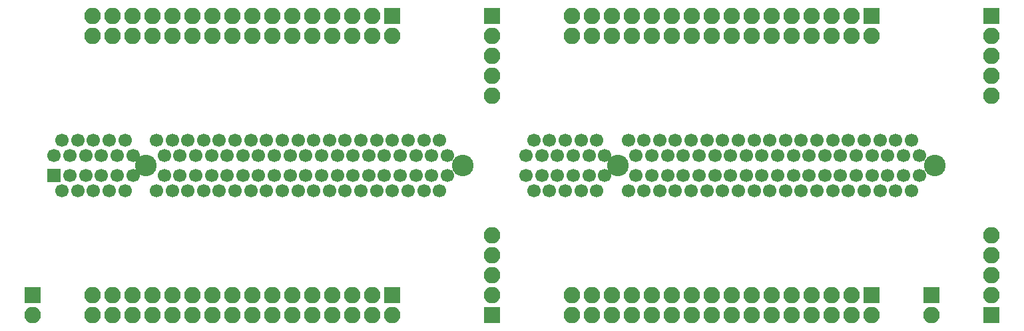
<source format=gbs>
G04 #@! TF.FileFunction,Soldermask,Bot*
%FSLAX46Y46*%
G04 Gerber Fmt 4.6, Leading zero omitted, Abs format (unit mm)*
G04 Created by KiCad (PCBNEW 4.0.4-stable) date 02/07/18 19:09:10*
%MOMM*%
%LPD*%
G01*
G04 APERTURE LIST*
%ADD10C,0.100000*%
%ADD11R,2.100000X2.100000*%
%ADD12O,2.100000X2.100000*%
%ADD13C,1.700000*%
%ADD14R,1.700000X1.700000*%
%ADD15C,2.750000*%
G04 APERTURE END LIST*
D10*
D11*
X180340000Y-86360000D03*
D12*
X180340000Y-83820000D03*
X180340000Y-81280000D03*
X180340000Y-78740000D03*
X180340000Y-76200000D03*
D11*
X116840000Y-86360000D03*
D12*
X116840000Y-83820000D03*
X116840000Y-81280000D03*
X116840000Y-78740000D03*
X116840000Y-76200000D03*
D11*
X58420000Y-83820000D03*
D12*
X58420000Y-86360000D03*
D11*
X172720000Y-83820000D03*
D12*
X172720000Y-86360000D03*
D11*
X180340000Y-48260000D03*
D12*
X180340000Y-50800000D03*
X180340000Y-53340000D03*
X180340000Y-55880000D03*
X180340000Y-58420000D03*
D11*
X116840000Y-48260000D03*
D12*
X116840000Y-50800000D03*
X116840000Y-53340000D03*
X116840000Y-55880000D03*
X116840000Y-58420000D03*
D13*
X74160000Y-64080000D03*
X76160000Y-64080000D03*
X78160000Y-64080000D03*
X80160000Y-64080000D03*
X82160000Y-64080000D03*
X84160000Y-64080000D03*
X86160000Y-64080000D03*
X88160000Y-64080000D03*
X90160000Y-64080000D03*
X92160000Y-64080000D03*
X94160000Y-64080000D03*
X96160000Y-64080000D03*
X98160000Y-64080000D03*
X100160000Y-64080000D03*
X102160000Y-64080000D03*
X104160000Y-64080000D03*
X106160000Y-64080000D03*
X108160000Y-64080000D03*
X110160000Y-64080000D03*
X81160000Y-66080000D03*
X75160000Y-66080000D03*
X77160000Y-66080000D03*
X79160000Y-66080000D03*
X83160000Y-66080000D03*
X91160000Y-66080000D03*
X85160000Y-66080000D03*
X87160000Y-66080000D03*
X89160000Y-66080000D03*
X93160000Y-66080000D03*
X101160000Y-66080000D03*
X95160000Y-66080000D03*
X97160000Y-66080000D03*
X99160000Y-66080000D03*
X103160000Y-66080000D03*
X109160000Y-66080000D03*
X105160000Y-66080000D03*
X107160000Y-66080000D03*
X111160000Y-66080000D03*
X77160000Y-68580000D03*
X75160000Y-68580000D03*
X87160000Y-68580000D03*
X85160000Y-68580000D03*
X97160000Y-68580000D03*
X95160000Y-68580000D03*
X111160000Y-68580000D03*
X105160000Y-68580000D03*
X107160000Y-68580000D03*
X109160000Y-68580000D03*
X83160000Y-68580000D03*
X79160000Y-68580000D03*
X81160000Y-68580000D03*
X93160000Y-68580000D03*
X89160000Y-68580000D03*
X91160000Y-68580000D03*
X103160000Y-68580000D03*
X99160000Y-68580000D03*
X101160000Y-68580000D03*
X86160000Y-70580000D03*
X88160000Y-70580000D03*
X80160000Y-70580000D03*
X82160000Y-70580000D03*
X84160000Y-70580000D03*
X94160000Y-70580000D03*
X90160000Y-70580000D03*
X92160000Y-70580000D03*
X78160000Y-70580000D03*
X76160000Y-70580000D03*
X74160000Y-70580000D03*
X96160000Y-70580000D03*
X98160000Y-70580000D03*
X108160000Y-70580000D03*
X106160000Y-70580000D03*
X104160000Y-70580000D03*
X100160000Y-70580000D03*
X102160000Y-70580000D03*
X110160000Y-70580000D03*
X71160000Y-66080000D03*
X71160000Y-68580000D03*
X70160000Y-64080000D03*
X70160000Y-70580000D03*
X68160000Y-64080000D03*
X66160000Y-64080000D03*
X64160000Y-64080000D03*
X62160000Y-64080000D03*
X69160000Y-66080000D03*
X67160000Y-66080000D03*
X65160000Y-66080000D03*
X63160000Y-66080000D03*
X69160000Y-68580000D03*
X67160000Y-68580000D03*
X65160000Y-68580000D03*
X63160000Y-68580000D03*
X68160000Y-70580000D03*
X66160000Y-70580000D03*
X64160000Y-70580000D03*
X62160000Y-70580000D03*
X61160000Y-66080000D03*
D14*
X61160000Y-68580000D03*
D13*
X139160000Y-66080000D03*
X140160000Y-64080000D03*
X142160000Y-64080000D03*
X141160000Y-66080000D03*
X143160000Y-66080000D03*
X139160000Y-68580000D03*
X141160000Y-68580000D03*
X140160000Y-70580000D03*
X142160000Y-70580000D03*
X144160000Y-70580000D03*
X143160000Y-68580000D03*
X144160000Y-64080000D03*
X145160000Y-66080000D03*
X147160000Y-66080000D03*
X147160000Y-68580000D03*
X145160000Y-68580000D03*
X150160000Y-70580000D03*
X149160000Y-68580000D03*
X151160000Y-68580000D03*
X146160000Y-70580000D03*
X148160000Y-70580000D03*
X152160000Y-70580000D03*
X146160000Y-64080000D03*
X148160000Y-64080000D03*
X150160000Y-64080000D03*
X151160000Y-66080000D03*
X152160000Y-64080000D03*
X149160000Y-66080000D03*
X158160000Y-64080000D03*
X156160000Y-64080000D03*
X153160000Y-66080000D03*
X154160000Y-64080000D03*
X155160000Y-66080000D03*
X157160000Y-66080000D03*
X165160000Y-66080000D03*
X164160000Y-64080000D03*
X166160000Y-64080000D03*
X163160000Y-66080000D03*
X167160000Y-66080000D03*
X160160000Y-64080000D03*
X162160000Y-64080000D03*
X161160000Y-66080000D03*
X159160000Y-66080000D03*
X168160000Y-64080000D03*
X170160000Y-64080000D03*
X169160000Y-66080000D03*
X171160000Y-66080000D03*
X171160000Y-68580000D03*
X168160000Y-70580000D03*
X169160000Y-68580000D03*
X170160000Y-70580000D03*
X157160000Y-68580000D03*
X155160000Y-68580000D03*
X159160000Y-68580000D03*
X154160000Y-70580000D03*
X156160000Y-70580000D03*
X158160000Y-70580000D03*
X153160000Y-68580000D03*
X160160000Y-70580000D03*
X163160000Y-68580000D03*
X165160000Y-68580000D03*
X167160000Y-68580000D03*
X161160000Y-68580000D03*
X164160000Y-70580000D03*
X166160000Y-70580000D03*
X162160000Y-70580000D03*
X135160000Y-66080000D03*
X134160000Y-64080000D03*
X136160000Y-64080000D03*
X138160000Y-64080000D03*
X137160000Y-66080000D03*
X136160000Y-70580000D03*
X137160000Y-68580000D03*
X135160000Y-68580000D03*
X138160000Y-70580000D03*
X134160000Y-70580000D03*
X131160000Y-68580000D03*
X130160000Y-70580000D03*
X129160000Y-68580000D03*
X127160000Y-68580000D03*
X128160000Y-70580000D03*
X126160000Y-70580000D03*
X130160000Y-64080000D03*
X128160000Y-64080000D03*
X129160000Y-66080000D03*
X131160000Y-66080000D03*
X127160000Y-66080000D03*
X122160000Y-70580000D03*
X125160000Y-68580000D03*
X123160000Y-68580000D03*
X124160000Y-70580000D03*
X121160000Y-68580000D03*
X126160000Y-64080000D03*
X124160000Y-64080000D03*
X122160000Y-64080000D03*
X125160000Y-66080000D03*
X123160000Y-66080000D03*
X121160000Y-66080000D03*
D15*
X72810000Y-67330000D03*
X113110000Y-67330000D03*
X132810000Y-67330000D03*
X173110000Y-67330000D03*
D11*
X165100000Y-83820000D03*
D12*
X165100000Y-86360000D03*
X162560000Y-83820000D03*
X162560000Y-86360000D03*
X160020000Y-83820000D03*
X160020000Y-86360000D03*
X157480000Y-83820000D03*
X157480000Y-86360000D03*
X154940000Y-83820000D03*
X154940000Y-86360000D03*
X152400000Y-83820000D03*
X152400000Y-86360000D03*
X149860000Y-83820000D03*
X149860000Y-86360000D03*
X147320000Y-83820000D03*
X147320000Y-86360000D03*
X144780000Y-83820000D03*
X144780000Y-86360000D03*
X142240000Y-83820000D03*
X142240000Y-86360000D03*
X139700000Y-83820000D03*
X139700000Y-86360000D03*
X137160000Y-83820000D03*
X137160000Y-86360000D03*
X134620000Y-83820000D03*
X134620000Y-86360000D03*
X132080000Y-83820000D03*
X132080000Y-86360000D03*
X129540000Y-83820000D03*
X129540000Y-86360000D03*
X127000000Y-83820000D03*
X127000000Y-86360000D03*
D11*
X104140000Y-83820000D03*
D12*
X104140000Y-86360000D03*
X101600000Y-83820000D03*
X101600000Y-86360000D03*
X99060000Y-83820000D03*
X99060000Y-86360000D03*
X96520000Y-83820000D03*
X96520000Y-86360000D03*
X93980000Y-83820000D03*
X93980000Y-86360000D03*
X91440000Y-83820000D03*
X91440000Y-86360000D03*
X88900000Y-83820000D03*
X88900000Y-86360000D03*
X86360000Y-83820000D03*
X86360000Y-86360000D03*
X83820000Y-83820000D03*
X83820000Y-86360000D03*
X81280000Y-83820000D03*
X81280000Y-86360000D03*
X78740000Y-83820000D03*
X78740000Y-86360000D03*
X76200000Y-83820000D03*
X76200000Y-86360000D03*
X73660000Y-83820000D03*
X73660000Y-86360000D03*
X71120000Y-83820000D03*
X71120000Y-86360000D03*
X68580000Y-83820000D03*
X68580000Y-86360000D03*
X66040000Y-83820000D03*
X66040000Y-86360000D03*
D11*
X165100000Y-48260000D03*
D12*
X165100000Y-50800000D03*
X162560000Y-48260000D03*
X162560000Y-50800000D03*
X160020000Y-48260000D03*
X160020000Y-50800000D03*
X157480000Y-48260000D03*
X157480000Y-50800000D03*
X154940000Y-48260000D03*
X154940000Y-50800000D03*
X152400000Y-48260000D03*
X152400000Y-50800000D03*
X149860000Y-48260000D03*
X149860000Y-50800000D03*
X147320000Y-48260000D03*
X147320000Y-50800000D03*
X144780000Y-48260000D03*
X144780000Y-50800000D03*
X142240000Y-48260000D03*
X142240000Y-50800000D03*
X139700000Y-48260000D03*
X139700000Y-50800000D03*
X137160000Y-48260000D03*
X137160000Y-50800000D03*
X134620000Y-48260000D03*
X134620000Y-50800000D03*
X132080000Y-48260000D03*
X132080000Y-50800000D03*
X129540000Y-48260000D03*
X129540000Y-50800000D03*
X127000000Y-48260000D03*
X127000000Y-50800000D03*
D11*
X104140000Y-48260000D03*
D12*
X104140000Y-50800000D03*
X101600000Y-48260000D03*
X101600000Y-50800000D03*
X99060000Y-48260000D03*
X99060000Y-50800000D03*
X96520000Y-48260000D03*
X96520000Y-50800000D03*
X93980000Y-48260000D03*
X93980000Y-50800000D03*
X91440000Y-48260000D03*
X91440000Y-50800000D03*
X88900000Y-48260000D03*
X88900000Y-50800000D03*
X86360000Y-48260000D03*
X86360000Y-50800000D03*
X83820000Y-48260000D03*
X83820000Y-50800000D03*
X81280000Y-48260000D03*
X81280000Y-50800000D03*
X78740000Y-48260000D03*
X78740000Y-50800000D03*
X76200000Y-48260000D03*
X76200000Y-50800000D03*
X73660000Y-48260000D03*
X73660000Y-50800000D03*
X71120000Y-48260000D03*
X71120000Y-50800000D03*
X68580000Y-48260000D03*
X68580000Y-50800000D03*
X66040000Y-48260000D03*
X66040000Y-50800000D03*
M02*

</source>
